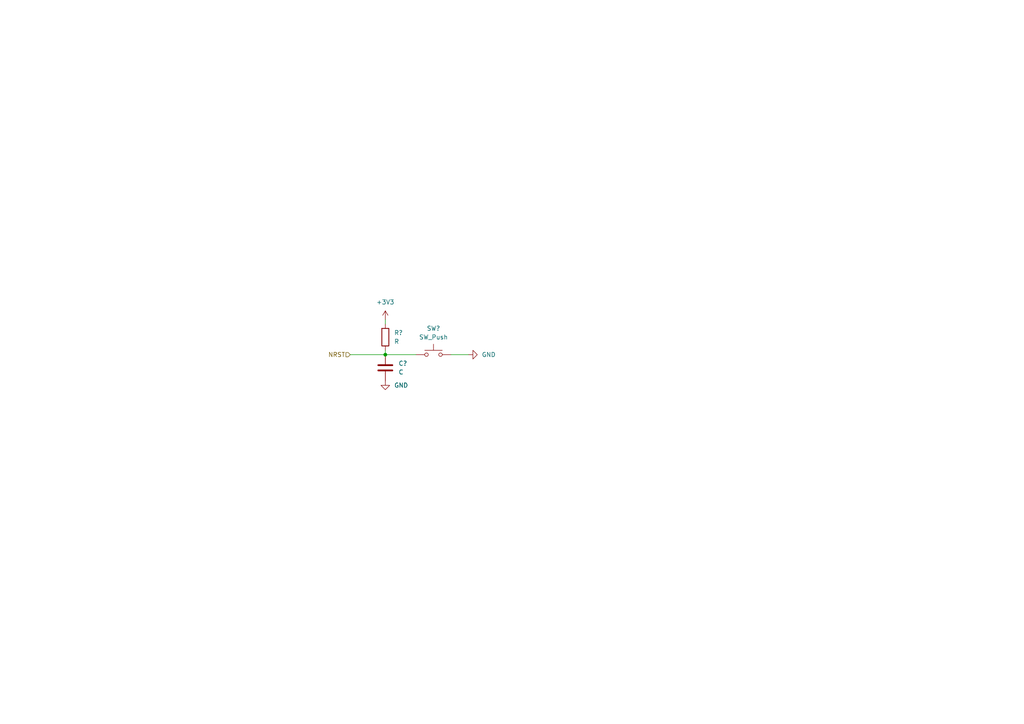
<source format=kicad_sch>
(kicad_sch (version 20230121) (generator eeschema)
  (paper "A4")
  (lib_symbols
    (symbol "Device:C" (pin_numbers hide) (pin_names (offset 0.254))
      (property "Reference" "C" (at 0.635 2.54 0))
      (property "Value" "C" (at 0.635 -2.54 0))
      (symbol "C_0_1"
        (polyline (pts (xy -2.032 -0.762) (xy 2.032 -0.762)) (stroke (width 0.508)))
        (polyline (pts (xy -2.032 0.762) (xy 2.032 0.762)) (stroke (width 0.508)))
      )
      (symbol "C_1_1"
        (pin passive line (at 0 3.81 270) (length 2.794) (name "~") (number "1"))
        (pin passive line (at 0 -3.81 90) (length 2.794) (name "~") (number "2"))
      )
    )
    (symbol "Device:R" (pin_numbers hide) (pin_names (offset 0))
      (property "Reference" "R" (at 2.032 0 90))
      (property "Value" "R" (at 0 0 90))
      (symbol "R_0_1"
        (rectangle (start -1.016 -2.54) (end 1.016 2.54) (stroke (width 0.254)))
      )
      (symbol "R_1_1"
        (pin passive line (at 0 3.81 270) (length 1.27) (name "~") (number "1"))
        (pin passive line (at 0 -3.81 90) (length 1.27) (name "~") (number "2"))
      )
    )
    (symbol "Switch:SW_Push" (pin_numbers hide) (pin_names (offset 1.016) hide)
      (property "Reference" "SW" (at 1.27 2.54 0))
      (property "Value" "SW_Push" (at 0 -1.524 0))
      (symbol "SW_Push_0_1"
        (circle (center -2.032 0) (radius 0.508))
        (polyline (pts (xy 0 1.27) (xy 0 3.048)))
        (polyline (pts (xy 2.54 1.27) (xy -2.54 1.27)))
        (circle (center 2.032 0) (radius 0.508))
        (pin passive line (at -5.08 0 0) (length 2.54) (name "1") (number "1"))
        (pin passive line (at 5.08 0 180) (length 2.54) (name "2") (number "2"))
      )
    )
    (symbol "power:+3V3" (power) (pin_names (offset 0))
      (property "Value" "+3V3" (at 0 3.556 0))
      (symbol "+3V3_0_1"
        (polyline (pts (xy -0.762 1.27) (xy 0 2.54)))
        (polyline (pts (xy 0 0) (xy 0 2.54)))
        (polyline (pts (xy 0 2.54) (xy 0.762 1.27)))
      )
      (symbol "+3V3_1_1"
        (pin power_in line (at 0 0 90) (length 0) hide (name "+3V3") (number "1"))
      )
    )
    (symbol "power:GND" (power) (pin_names (offset 0))
      (property "Value" "GND" (at 0 -3.81 0))
      (symbol "GND_0_1"
        (polyline (pts (xy 0 0) (xy 0 -1.27) (xy 1.27 -1.27) (xy 0 -2.54) (xy -1.27 -1.27) (xy 0 -1.27)))
      )
      (symbol "GND_1_1"
        (pin power_in line (at 0 0 270) (length 0) hide (name "GND") (number "1"))
      )
    )
  )
  (junction (at 111.76 102.87))
  (wire (pts (xy 101.6 102.87) (xy 111.76 102.87)))
  (wire (pts (xy 130.81 102.87) (xy 135.89 102.87)))
  (wire (pts (xy 111.76 101.6) (xy 111.76 102.87)))
  (wire (pts (xy 111.76 93.98) (xy 111.76 92.71)))
  (wire (pts (xy 111.76 102.87) (xy 120.65 102.87)))
  (hierarchical_label "NRST" (shape input) (at 101.6 102.87 180))
  (symbol (lib_id "power:+3V3") (at 111.76 92.71 0) (unit 1)
    (property "Reference" "#PWR?" (effects hide))
    (property "Value" "+3V3" (at 111.76 87.63 0))
  )
  (symbol (lib_id "power:GND") (at 111.76 110.49 0) (unit 1)
    (property "Reference" "#PWR?" (effects hide))
    (property "Value" "GND" (at 114.3 111.7599 0) (effects (justify left)))
  )
  (symbol (lib_id "Device:R") (at 111.76 97.79 0) (unit 1)
    (property "Reference" "R?" (at 114.3 96.5199 0) (effects (justify left)))
    (property "Value" "R" (at 114.3 99.0599 0) (effects (justify left)))
  )
  (symbol (lib_id "Device:C") (at 111.76 106.68 180) (unit 1)
    (property "Reference" "C?" (at 115.57 105.4099 0) (effects (justify right)))
    (property "Value" "C" (at 115.57 107.9499 0) (effects (justify right)))
  )
  (symbol (lib_id "power:GND") (at 135.89 102.87 90) (unit 1)
    (property "Reference" "#PWR?" (effects hide))
    (property "Value" "GND" (at 139.7 102.8699 90) (effects (justify right)))
  )
  (symbol (lib_id "Switch:SW_Push") (at 125.73 102.87 0) (unit 1)
    (property "Reference" "SW?" (at 125.73 95.25 0))
    (property "Value" "SW_Push" (at 125.73 97.79 0))
  )
)
</source>
